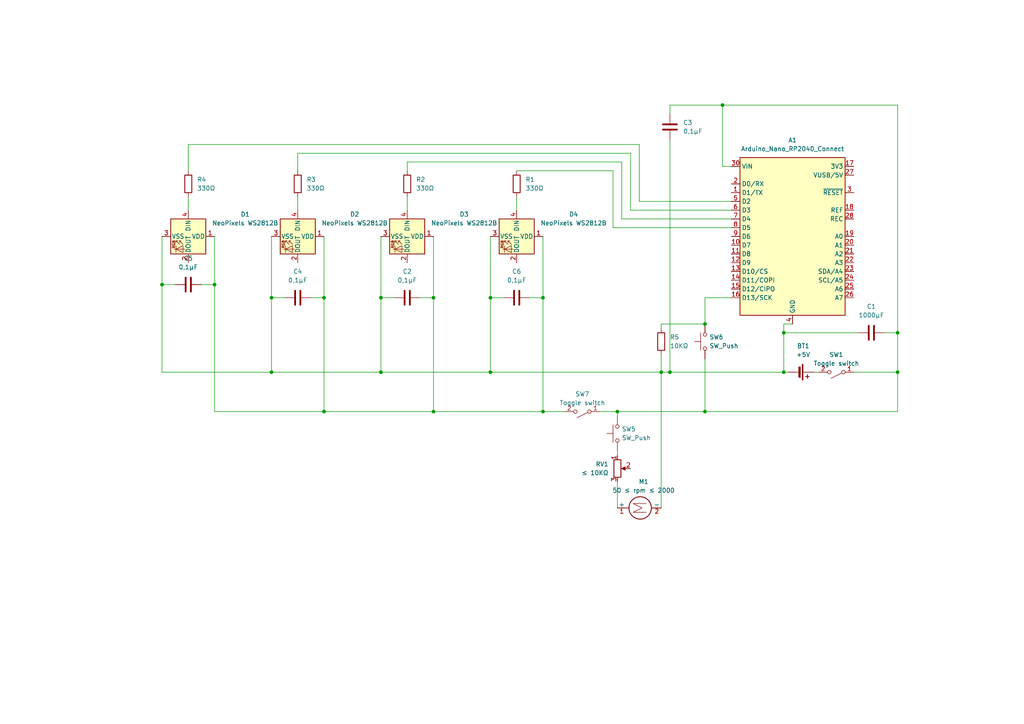
<source format=kicad_sch>
(kicad_sch (version 20250114) (generator "eeschema") (generator_version "9.0")
  (paper "A4")
  (lib_symbols
    (symbol "Device:Battery_Cell" (pin_numbers (hide yes)) (pin_names (offset 0) (hide yes))
      (property "Reference" "BT" (at 2.54 2.54 0))
      (property "Value" "Battery_Cell" (at 2.54 0 0))
      (symbol "Battery_Cell_0_1"
        (rectangle (start -2.286 1.778) (end 2.286 1.524) (fill (type outline)))
        (rectangle (start -1.524 1.016) (end 1.524 0.508) (fill (type outline)))
        (polyline (pts (xy 0 1.778) (xy 0 2.54)))
        (polyline (pts (xy 0 0.762) (xy 0 0)))
        (polyline (pts (xy 0.762 3.048) (xy 1.778 3.048)) (stroke (width 0.254)))
        (polyline (pts (xy 1.27 3.556) (xy 1.27 2.54)) (stroke (width 0.254)))
      )
      (symbol "Battery_Cell_1_1"
        (pin passive line (at 0 5.08 270) (length 2.54) (name "+") (number "1"))
        (pin passive line (at 0 -2.54 90) (length 2.54) (name "-") (number "2"))
      )
    )
    (symbol "Device:C" (pin_numbers (hide yes)) (pin_names (offset 0.254))
      (property "Reference" "C" (at 0.635 2.54 0))
      (property "Value" "C" (at 0.635 -2.54 0))
      (symbol "C_0_1"
        (polyline (pts (xy -2.032 0.762) (xy 2.032 0.762)) (stroke (width 0.508)))
        (polyline (pts (xy -2.032 -0.762) (xy 2.032 -0.762)) (stroke (width 0.508)))
      )
      (symbol "C_1_1"
        (pin passive line (at 0 3.81 270) (length 2.794) (name "~") (number "1"))
        (pin passive line (at 0 -3.81 90) (length 2.794) (name "~") (number "2"))
      )
    )
    (symbol "Device:R" (pin_numbers (hide yes)) (pin_names (offset 0))
      (property "Reference" "R" (at 2.032 0 90))
      (property "Value" "R" (at 0 0 90))
      (symbol "R_0_1"
        (rectangle (start -1.016 -2.54) (end 1.016 2.54) (stroke (width 0.254)))
      )
      (symbol "R_1_1"
        (pin passive line (at 0 3.81 270) (length 1.27) (name "~") (number "1"))
        (pin passive line (at 0 -3.81 90) (length 1.27) (name "~") (number "2"))
      )
    )
    (symbol "Device:R_Potentiometer" (pin_names (offset 1.016) (hide yes))
      (property "Reference" "RV" (at -4.445 0 90))
      (property "Value" "R_Potentiometer" (at -2.54 0 90))
      (symbol "R_Potentiometer_0_1"
        (rectangle (start 1.016 2.54) (end -1.016 -2.54) (stroke (width 0.254)))
        (polyline (pts (xy 1.143 0) (xy 2.286 0.508) (xy 2.286 -0.508) (xy 1.143 0)) (fill (type outline)))
        (polyline (pts (xy 2.54 0) (xy 1.524 0)))
      )
      (symbol "R_Potentiometer_1_1"
        (pin passive line (at 0 3.81 270) (length 1.27) (name "1") (number "1"))
        (pin passive line (at 0 -3.81 90) (length 1.27) (name "3") (number "3"))
        (pin passive line (at 3.81 0 180) (length 1.27) (name "2") (number "2"))
      )
    )
    (symbol "LED:WS2812B" (pin_names (offset 0.254))
      (property "Reference" "D" (at 5.08 5.715 0))
      (property "Value" "WS2812B" (at 1.27 -5.715 0))
      (symbol "WS2812B_0_0"
        (text "RGB" (at 2.286 -4.191 0) (effects (font (size 0.762 0.762))))
      )
      (symbol "WS2812B_0_1"
        (polyline (pts (xy 1.27 -2.54) (xy 1.778 -2.54)))
        (polyline (pts (xy 1.27 -3.556) (xy 1.778 -3.556)))
        (polyline (pts (xy 2.286 -1.524) (xy 1.27 -2.54) (xy 1.27 -2.032)))
        (polyline (pts (xy 2.286 -2.54) (xy 1.27 -3.556) (xy 1.27 -3.048)))
        (polyline (pts (xy 3.683 -1.016) (xy 3.683 -3.556) (xy 3.683 -4.064)))
        (polyline (pts (xy 4.699 -1.524) (xy 2.667 -1.524) (xy 3.683 -3.556) (xy 4.699 -1.524)))
        (polyline (pts (xy 4.699 -3.556) (xy 2.667 -3.556)))
        (rectangle (start 5.08 5.08) (end -5.08 -5.08) (stroke (width 0.254)) (fill (type background)))
      )
      (symbol "WS2812B_1_1"
        (pin input line (at -7.62 0 0) (length 2.54) (name "DIN") (number "4"))
        (pin power_in line (at 0 7.62 270) (length 2.54) (name "VDD") (number "1"))
        (pin power_in line (at 0 -7.62 90) (length 2.54) (name "VSS") (number "3"))
        (pin output line (at 7.62 0 180) (length 2.54) (name "DOUT") (number "2"))
      )
    )
    (symbol "MCU_Module:Arduino_Nano_RP2040_Connect"
      (property "Reference" "A" (at -14.986 23.622 0))
      (property "Value" "Arduino_Nano_RP2040_Connect" (at 3.81 -25.654 0))
      (symbol "Arduino_Nano_RP2040_Connect_0_1"
        (rectangle (start -15.24 22.86) (end 15.24 -22.86) (stroke (width 0.254)) (fill (type background)))
      )
      (symbol "Arduino_Nano_RP2040_Connect_1_1"
        (pin power_in line (at -17.78 20.32 0) (length 2.54) (name "VIN") (number "30"))
        (pin bidirectional line (at -17.78 15.24 0) (length 2.54) (name "D0/RX") (number "2"))
        (pin bidirectional line (at -17.78 12.7 0) (length 2.54) (name "D1/TX") (number "1"))
        (pin bidirectional line (at -17.78 10.16 0) (length 2.54) (name "D2") (number "5"))
        (pin bidirectional line (at -17.78 7.62 0) (length 2.54) (name "D3") (number "6"))
        (pin bidirectional line (at -17.78 5.08 0) (length 2.54) (name "D4") (number "7"))
        (pin bidirectional line (at -17.78 2.54 0) (length 2.54) (name "D5") (number "8"))
        (pin bidirectional line (at -17.78 0 0) (length 2.54) (name "D6") (number "9"))
        (pin bidirectional line (at -17.78 -2.54 0) (length 2.54) (name "D7") (number "10"))
        (pin bidirectional line (at -17.78 -5.08 0) (length 2.54) (name "D8") (number "11"))
        (pin bidirectional line (at -17.78 -7.62 0) (length 2.54) (name "D9") (number "12"))
        (pin bidirectional line (at -17.78 -10.16 0) (length 2.54) (name "D10/CS") (number "13"))
        (pin bidirectional line (at -17.78 -12.7 0) (length 2.54) (name "D11/COPI") (number "14"))
        (pin bidirectional line (at -17.78 -15.24 0) (length 2.54) (name "D12/CIPO") (number "15"))
        (pin bidirectional line (at -17.78 -17.78 0) (length 2.54) (name "D13/SCK") (number "16"))
        (pin passive line (at 0 -25.4 90) (length 2.54) (hide yes) (name "GND") (number "29"))
        (pin power_in line (at 0 -25.4 90) (length 2.54) (name "GND") (number "4"))
        (pin power_out line (at 17.78 20.32 180) (length 2.54) (name "3V3") (number "17"))
        (pin power_out line (at 17.78 17.78 180) (length 2.54) (name "VUSB/5V") (number "27"))
        (pin input line (at 17.78 12.7 180) (length 2.54) (name "~{RESET}") (number "3"))
        (pin passive line (at 17.78 7.62 180) (length 2.54) (name "REF") (number "18"))
        (pin input line (at 17.78 5.08 180) (length 2.54) (name "REC") (number "28"))
        (pin bidirectional line (at 17.78 0 180) (length 2.54) (name "A0") (number "19"))
        (pin bidirectional line (at 17.78 -2.54 180) (length 2.54) (name "A1") (number "20"))
        (pin bidirectional line (at 17.78 -5.08 180) (length 2.54) (name "A2") (number "21"))
        (pin bidirectional line (at 17.78 -7.62 180) (length 2.54) (name "A3") (number "22"))
        (pin bidirectional line (at 17.78 -10.16 180) (length 2.54) (name "SDA/A4") (number "23"))
        (pin bidirectional line (at 17.78 -12.7 180) (length 2.54) (name "SCL/A5") (number "24"))
        (pin bidirectional line (at 17.78 -15.24 180) (length 2.54) (name "A6") (number "25"))
        (pin bidirectional line (at 17.78 -17.78 180) (length 2.54) (name "A7") (number "26"))
      )
    )
    (symbol "Motor:Motor_DC" (pin_names (offset 0))
      (property "Reference" "M" (at 2.54 2.54 0))
      (property "Value" "Motor_DC" (at 2.54 -5.08 0))
      (symbol "Motor_DC_0_0"
        (polyline (pts (xy -1.27 -3.302) (xy -1.27 0.508) (xy 0 -2.032) (xy 1.27 0.508) (xy 1.27 -3.302)))
      )
      (symbol "Motor_DC_0_1"
        (polyline (pts (xy 0 2.032) (xy 0 2.54)))
        (polyline (pts (xy 0 1.7272) (xy 0 2.0828)))
        (circle (center 0 -1.524) (radius 3.2512) (stroke (width 0.254)))
        (polyline (pts (xy 0 -4.7752) (xy 0 -5.1816)))
        (polyline (pts (xy 0 -7.62) (xy 0 -7.112)))
      )
      (symbol "Motor_DC_1_1"
        (pin passive line (at 0 5.08 270) (length 2.54) (name "+") (number "1"))
        (pin passive line (at 0 -7.62 90) (length 2.54) (name "-") (number "2"))
      )
    )
    (symbol "Switch:SW_Push" (pin_numbers (hide yes)) (pin_names (offset 1.016) (hide yes))
      (property "Reference" "SW" (at 1.27 2.54 0))
      (property "Value" "SW_Push" (at 0 -1.524 0))
      (symbol "SW_Push_0_1"
        (circle (center -2.032 0) (radius 0.508))
        (polyline (pts (xy 0 1.27) (xy 0 3.048)))
        (circle (center 2.032 0) (radius 0.508))
        (polyline (pts (xy 2.54 1.27) (xy -2.54 1.27)))
        (pin passive line (at -5.08 0 0) (length 2.54) (name "1") (number "1"))
        (pin passive line (at 5.08 0 180) (length 2.54) (name "2") (number "2"))
      )
    )
    (symbol "Switch:SW_SPST" (pin_names (offset 0) (hide yes))
      (property "Reference" "SW" (at 0 3.175 0))
      (property "Value" "SW_SPST" (at 0 -2.54 0))
      (symbol "SW_SPST_0_0"
        (circle (center -2.032 0) (radius 0.508))
        (polyline (pts (xy -1.524 0.254) (xy 1.524 1.778)))
        (circle (center 2.032 0) (radius 0.508))
      )
      (symbol "SW_SPST_1_1"
        (pin passive line (at -5.08 0 0) (length 2.54) (name "A") (number "1"))
        (pin passive line (at 5.08 0 180) (length 2.54) (name "B") (number "2"))
      )
    )
  )
  (junction (at 179.07 119.38))
  (junction (at 78.74 86.36))
  (junction (at 157.48 86.36))
  (junction (at 260.35 96.52))
  (junction (at 125.73 119.38))
  (junction (at 204.47 93.98))
  (junction (at 142.24 107.95))
  (junction (at 191.77 107.95))
  (junction (at 142.24 86.36))
  (junction (at 46.99 82.55))
  (junction (at 78.74 107.95))
  (junction (at 125.73 86.36))
  (junction (at 93.98 86.36))
  (junction (at 194.31 107.95))
  (junction (at 110.49 107.95))
  (junction (at 62.23 82.55))
  (junction (at 227.33 96.52))
  (junction (at 260.35 107.95))
  (junction (at 157.48 119.38))
  (junction (at 93.98 119.38))
  (junction (at 110.49 86.36))
  (junction (at 204.47 119.38))
  (junction (at 209.55 30.48))
  (junction (at 227.33 107.95))
  (wire (pts (xy 93.98 119.38) (xy 62.23 119.38)))
  (wire (pts (xy 180.34 46.99) (xy 180.34 63.5)))
  (wire (pts (xy 110.49 86.36) (xy 110.49 107.95)))
  (wire (pts (xy 93.98 68.58) (xy 93.98 86.36)))
  (wire (pts (xy 182.88 60.96) (xy 212.09 60.96)))
  (wire (pts (xy 142.24 107.95) (xy 191.77 107.95)))
  (wire (pts (xy 247.65 107.95) (xy 260.35 107.95)))
  (wire (pts (xy 90.17 86.36) (xy 93.98 86.36)))
  (wire (pts (xy 260.35 96.52) (xy 260.35 107.95)))
  (wire (pts (xy 149.86 49.53) (xy 177.8 49.53)))
  (wire (pts (xy 110.49 68.58) (xy 110.49 86.36)))
  (wire (pts (xy 173.99 119.38) (xy 179.07 119.38)))
  (wire (pts (xy 149.86 57.15) (xy 149.86 60.96)))
  (wire (pts (xy 179.07 130.81) (xy 179.07 132.08)))
  (wire (pts (xy 58.42 82.55) (xy 62.23 82.55)))
  (wire (pts (xy 260.35 30.48) (xy 260.35 96.52)))
  (wire (pts (xy 78.74 86.36) (xy 78.74 107.95)))
  (wire (pts (xy 118.11 46.99) (xy 180.34 46.99)))
  (wire (pts (xy 142.24 68.58) (xy 142.24 86.36)))
  (wire (pts (xy 157.48 86.36) (xy 157.48 119.38)))
  (wire (pts (xy 194.31 30.48) (xy 209.55 30.48)))
  (wire (pts (xy 212.09 86.36) (xy 204.47 86.36)))
  (wire (pts (xy 177.8 49.53) (xy 177.8 66.04)))
  (wire (pts (xy 185.42 58.42) (xy 212.09 58.42)))
  (wire (pts (xy 227.33 93.98) (xy 229.87 93.98)))
  (wire (pts (xy 125.73 86.36) (xy 125.73 119.38)))
  (wire (pts (xy 54.61 49.53) (xy 54.61 41.91)))
  (wire (pts (xy 177.8 66.04) (xy 212.09 66.04)))
  (wire (pts (xy 157.48 119.38) (xy 125.73 119.38)))
  (wire (pts (xy 204.47 104.14) (xy 204.47 119.38)))
  (wire (pts (xy 157.48 119.38) (xy 163.83 119.38)))
  (wire (pts (xy 179.07 120.65) (xy 179.07 119.38)))
  (wire (pts (xy 46.99 68.58) (xy 46.99 82.55)))
  (wire (pts (xy 237.49 107.95) (xy 236.22 107.95)))
  (wire (pts (xy 191.77 93.98) (xy 204.47 93.98)))
  (wire (pts (xy 191.77 95.25) (xy 191.77 93.98)))
  (wire (pts (xy 153.67 86.36) (xy 157.48 86.36)))
  (wire (pts (xy 46.99 107.95) (xy 78.74 107.95)))
  (wire (pts (xy 86.36 44.45) (xy 182.88 44.45)))
  (wire (pts (xy 182.88 44.45) (xy 182.88 60.96)))
  (wire (pts (xy 86.36 57.15) (xy 86.36 60.96)))
  (wire (pts (xy 191.77 107.95) (xy 191.77 147.32)))
  (wire (pts (xy 228.6 107.95) (xy 227.33 107.95)))
  (wire (pts (xy 78.74 86.36) (xy 82.55 86.36)))
  (wire (pts (xy 180.34 63.5) (xy 212.09 63.5)))
  (wire (pts (xy 86.36 49.53) (xy 86.36 44.45)))
  (wire (pts (xy 194.31 40.64) (xy 194.31 107.95)))
  (wire (pts (xy 93.98 86.36) (xy 93.98 119.38)))
  (wire (pts (xy 125.73 68.58) (xy 125.73 86.36)))
  (wire (pts (xy 46.99 107.95) (xy 46.99 82.55)))
  (wire (pts (xy 118.11 49.53) (xy 118.11 46.99)))
  (wire (pts (xy 78.74 107.95) (xy 110.49 107.95)))
  (wire (pts (xy 204.47 86.36) (xy 204.47 93.98)))
  (wire (pts (xy 54.61 57.15) (xy 54.61 60.96)))
  (wire (pts (xy 227.33 96.52) (xy 227.33 107.95)))
  (wire (pts (xy 110.49 107.95) (xy 142.24 107.95)))
  (wire (pts (xy 256.54 96.52) (xy 260.35 96.52)))
  (wire (pts (xy 46.99 82.55) (xy 50.8 82.55)))
  (wire (pts (xy 62.23 119.38) (xy 62.23 82.55)))
  (wire (pts (xy 191.77 102.87) (xy 191.77 107.95)))
  (wire (pts (xy 194.31 30.48) (xy 194.31 33.02)))
  (wire (pts (xy 125.73 119.38) (xy 93.98 119.38)))
  (wire (pts (xy 194.31 107.95) (xy 227.33 107.95)))
  (wire (pts (xy 110.49 86.36) (xy 114.3 86.36)))
  (wire (pts (xy 121.92 86.36) (xy 125.73 86.36)))
  (wire (pts (xy 209.55 30.48) (xy 260.35 30.48)))
  (wire (pts (xy 142.24 86.36) (xy 142.24 107.95)))
  (wire (pts (xy 204.47 119.38) (xy 260.35 119.38)))
  (wire (pts (xy 157.48 68.58) (xy 157.48 86.36)))
  (wire (pts (xy 227.33 93.98) (xy 227.33 96.52)))
  (wire (pts (xy 142.24 86.36) (xy 146.05 86.36)))
  (wire (pts (xy 191.77 107.95) (xy 194.31 107.95)))
  (wire (pts (xy 260.35 107.95) (xy 260.35 119.38)))
  (wire (pts (xy 78.74 68.58) (xy 78.74 86.36)))
  (wire (pts (xy 118.11 57.15) (xy 118.11 60.96)))
  (wire (pts (xy 185.42 41.91) (xy 185.42 58.42)))
  (wire (pts (xy 209.55 48.26) (xy 212.09 48.26)))
  (wire (pts (xy 179.07 139.7) (xy 179.07 147.32)))
  (wire (pts (xy 54.61 41.91) (xy 185.42 41.91)))
  (wire (pts (xy 62.23 68.58) (xy 62.23 82.55)))
  (wire (pts (xy 227.33 96.52) (xy 248.92 96.52)))
  (wire (pts (xy 209.55 30.48) (xy 209.55 48.26)))
  (wire (pts (xy 179.07 119.38) (xy 204.47 119.38)))
  (symbol (lib_id "Device:R") (at 54.61 53.34 0) (unit 1)
    (property "Reference" "R4" (at 57.15 52.0699 0) (effects (justify left)))
    (property "Value" "330Ω" (at 57.15 54.6099 0) (effects (justify left)))
    (property "Description" "Resistor" (effects (hide yes)))
  )
  (symbol (lib_id "Device:C") (at 54.61 82.55 270) (unit 1)
    (property "Reference" "C5" (at 54.61 74.93 90))
    (property "Value" "0,1µF" (at 54.61 77.47 90))
    (property "Description" "Unpolarized capacitor" (effects (hide yes)))
  )
  (symbol (lib_id "Device:R") (at 191.77 99.06 0) (unit 1)
    (property "Reference" "R5" (at 194.31 97.7899 0) (effects (justify left)))
    (property "Value" "10KΩ" (at 194.31 100.3299 0) (effects (justify left)))
    (property "Description" "Resistor" (effects (hide yes)))
  )
  (symbol (lib_id "Switch:SW_Push") (at 179.07 125.73 90) (unit 1)
    (property "Reference" "SW5" (at 180.34 124.4599 90) (effects (justify right)))
    (property "Value" "SW_Push" (at 180.34 126.9999 90) (effects (justify right)))
    (property "Description" "Push button switch, generic, two pins" (effects (hide yes)))
  )
  (symbol (lib_id "LED:WS2812B") (at 86.36 68.58 270) (unit 1)
    (property "Reference" "D2" (at 102.87 62.1598 90))
    (property "Value" "NeoPixels WS2812B" (at 102.87 64.6998 90))
    (property "Footprint" "LED_SMD:LED_WS2812B_PLCC4_5.0x5.0mm_P3.2mm" (effects (hide yes)))
    (property "Datasheet" "https://cdn-shop.adafruit.com/datasheets/WS2812B.pdf" (effects (hide yes)))
    (property "Description" "RGB LED with integrated controller" (effects (hide yes)))
  )
  (symbol (lib_id "LED:WS2812B") (at 149.86 68.58 270) (unit 1)
    (property "Reference" "D4" (at 166.37 62.1598 90))
    (property "Value" "NeoPixels WS2812B" (at 166.37 64.6998 90))
    (property "Footprint" "LED_SMD:LED_WS2812B_PLCC4_5.0x5.0mm_P3.2mm" (effects (hide yes)))
    (property "Datasheet" "https://cdn-shop.adafruit.com/datasheets/WS2812B.pdf" (effects (hide yes)))
    (property "Description" "RGB LED with integrated controller" (effects (hide yes)))
  )
  (symbol (lib_id "Motor:Motor_DC") (at 184.15 147.32 90) (unit 1)
    (property "Reference" "M1" (at 186.69 139.7 90))
    (property "Value" "50 ≤ rpm ≤ 2000" (at 186.69 142.24 90))
    (property "Description" "DC Motor" (effects (hide yes)))
  )
  (symbol (lib_id "Device:C") (at 86.36 86.36 270) (unit 1)
    (property "Reference" "C4" (at 86.36 78.74 90))
    (property "Value" "0,1µF" (at 86.36 81.28 90))
    (property "Description" "Unpolarized capacitor" (effects (hide yes)))
  )
  (symbol (lib_id "Device:R") (at 86.36 53.34 0) (unit 1)
    (property "Reference" "R3" (at 88.9 52.0699 0) (effects (justify left)))
    (property "Value" "330Ω" (at 88.9 54.6099 0) (effects (justify left)))
    (property "Description" "Resistor" (effects (hide yes)))
  )
  (symbol (lib_id "MCU_Module:Arduino_Nano_RP2040_Connect") (at 229.87 68.58 0) (unit 1)
    (property "Reference" "A1" (at 229.87 40.64 0))
    (property "Value" "Arduino_Nano_RP2040_Connect" (at 229.87 43.18 0))
    (property "Footprint" "Module:Arduino_Nano" (effects (hide yes)))
    (property "Datasheet" "https://docs.arduino.cc/resources/datasheets/ABX00053-datasheet.pdf" (effects (hide yes)))
    (property "Description" "Arduino Nano board based on the RP2040 microcontroller with a dual-core 133 MHz ARM Cortex-M0+ processor, 264 kB SRAM, and up to 16 MB flash memory. Operates at 3.3V, with 5V Micro USB input and 4-20V VIN. Features Wi-Fi®, Bluetooth® LE, digital and analog pins, and supports SPI, I2C, UART, and PIO. Includes a 6-axis IMU, RGB LED, microphone, and cryptographic chip for secure communication." (effects (hide yes)))
  )
  (symbol (lib_id "Device:C") (at 252.73 96.52 270) (unit 1)
    (property "Reference" "C1" (at 252.73 88.9 90))
    (property "Value" "1000µF" (at 252.73 91.44 90))
    (property "Description" "Unpolarized capacitor" (effects (hide yes)))
  )
  (symbol (lib_id "Device:C") (at 149.86 86.36 270) (unit 1)
    (property "Reference" "C6" (at 149.86 78.74 90))
    (property "Value" "0,1µF" (at 149.86 81.28 90))
    (property "Description" "Unpolarized capacitor" (effects (hide yes)))
  )
  (symbol (lib_id "Device:R") (at 149.86 53.34 0) (unit 1)
    (property "Reference" "R1" (at 152.4 52.0699 0) (effects (justify left)))
    (property "Value" "330Ω" (at 152.4 54.6099 0) (effects (justify left)))
    (property "Description" "Resistor" (effects (hide yes)))
  )
  (symbol (lib_id "Switch:SW_SPST") (at 168.91 119.38 180) (unit 1)
    (property "Reference" "SW7" (at 168.91 114.3 0))
    (property "Value" "Toggle switch" (at 168.91 116.84 0))
    (property "Description" "Single Pole Single Throw (SPST) switch" (effects (hide yes)))
  )
  (symbol (lib_id "Switch:SW_Push") (at 204.47 99.06 90) (unit 1)
    (property "Reference" "SW6" (at 205.74 97.7899 90) (effects (justify right)))
    (property "Value" "SW_Push" (at 205.74 100.3299 90) (effects (justify right)))
    (property "Description" "Push button switch, generic, two pins" (effects (hide yes)))
  )
  (symbol (lib_id "LED:WS2812B") (at 54.61 68.58 270) (unit 1)
    (property "Reference" "D1" (at 71.12 62.1598 90))
    (property "Value" "NeoPixels WS2812B" (at 71.12 64.6998 90))
    (property "Footprint" "LED_SMD:LED_WS2812B_PLCC4_5.0x5.0mm_P3.2mm" (effects (hide yes)))
    (property "Datasheet" "https://cdn-shop.adafruit.com/datasheets/WS2812B.pdf" (effects (hide yes)))
    (property "Description" "RGB LED with integrated controller" (effects (hide yes)))
  )
  (symbol (lib_id "Device:C") (at 194.31 36.83 0) (unit 1)
    (property "Reference" "C3" (at 198.12 35.5599 0) (effects (justify left)))
    (property "Value" "0,1µF" (at 198.12 38.0999 0) (effects (justify left)))
    (property "Description" "Unpolarized capacitor" (effects (hide yes)))
  )
  (symbol (lib_id "Device:C") (at 118.11 86.36 270) (unit 1)
    (property "Reference" "C2" (at 118.11 78.74 90))
    (property "Value" "0,1µF" (at 118.11 81.28 90))
    (property "Description" "Unpolarized capacitor" (effects (hide yes)))
  )
  (symbol (lib_id "Device:Battery_Cell") (at 231.14 107.95 270) (unit 1)
    (property "Reference" "BT1" (at 232.9815 100.33 90))
    (property "Value" "+5V" (at 232.9815 102.87 90))
    (property "Description" "Single-cell battery" (effects (hide yes)))
  )
  (symbol (lib_id "Device:R_Potentiometer") (at 179.07 135.89 0) (unit 1)
    (property "Reference" "RV1" (at 176.53 134.6199 0) (effects (justify right)))
    (property "Value" "≤ 10KΩ" (at 176.53 137.1599 0) (effects (justify right)))
    (property "Description" "Potentiometer" (effects (hide yes)))
  )
  (symbol (lib_id "LED:WS2812B") (at 118.11 68.58 270) (unit 1)
    (property "Reference" "D3" (at 134.62 62.1598 90))
    (property "Value" "NeoPixels WS2812B" (at 134.62 64.6998 90))
    (property "Footprint" "LED_SMD:LED_WS2812B_PLCC4_5.0x5.0mm_P3.2mm" (effects (hide yes)))
    (property "Datasheet" "https://cdn-shop.adafruit.com/datasheets/WS2812B.pdf" (effects (hide yes)))
    (property "Description" "RGB LED with integrated controller" (effects (hide yes)))
  )
  (symbol (lib_id "Switch:SW_SPST") (at 242.57 107.95 180) (unit 1)
    (property "Reference" "SW1" (at 242.57 102.87 0))
    (property "Value" "Toggle switch" (at 242.57 105.41 0))
    (property "Description" "Single Pole Single Throw (SPST) switch" (effects (hide yes)))
  )
  (symbol (lib_id "Device:R") (at 118.11 53.34 0) (unit 1)
    (property "Reference" "R2" (at 120.65 52.0699 0) (effects (justify left)))
    (property "Value" "330Ω" (at 120.65 54.6099 0) (effects (justify left)))
    (property "Description" "Resistor" (effects (hide yes)))
  )
)
</source>
